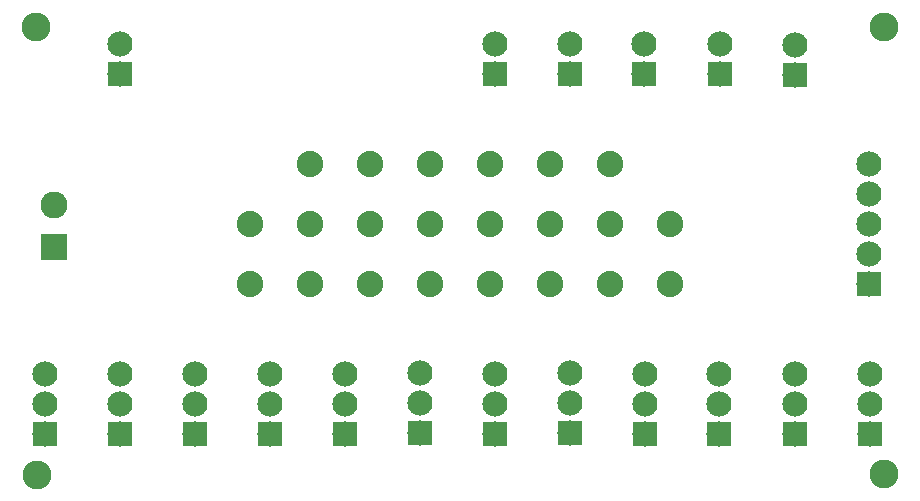
<source format=gbs>
G04 MADE WITH FRITZING*
G04 WWW.FRITZING.ORG*
G04 DOUBLE SIDED*
G04 HOLES PLATED*
G04 CONTOUR ON CENTER OF CONTOUR VECTOR*
%ASAXBY*%
%FSLAX23Y23*%
%MOIN*%
%OFA0B0*%
%SFA1.0B1.0*%
%ADD10C,0.084000*%
%ADD11C,0.096614*%
%ADD12C,0.090000*%
%ADD13C,0.088000*%
%ADD14R,0.084000X0.084000*%
%ADD15R,0.090000X0.090000*%
%LNMASK0*%
G90*
G70*
G54D10*
X374Y1425D03*
X374Y1525D03*
X2874Y226D03*
X2874Y326D03*
X2874Y426D03*
X2626Y224D03*
X2626Y324D03*
X2626Y424D03*
X2373Y226D03*
X2373Y326D03*
X2373Y426D03*
X2124Y225D03*
X2124Y325D03*
X2124Y425D03*
X1875Y227D03*
X1875Y327D03*
X1875Y427D03*
X1624Y225D03*
X1624Y325D03*
X1624Y425D03*
X1375Y227D03*
X1375Y327D03*
X1375Y427D03*
X1126Y226D03*
X1126Y326D03*
X1126Y426D03*
X874Y224D03*
X874Y324D03*
X874Y424D03*
X625Y226D03*
X625Y326D03*
X625Y426D03*
X376Y225D03*
X376Y325D03*
X376Y425D03*
X124Y224D03*
X124Y324D03*
X124Y424D03*
X2873Y724D03*
X2873Y824D03*
X2873Y924D03*
X2873Y1024D03*
X2873Y1124D03*
X2624Y1423D03*
X2624Y1523D03*
X2375Y1425D03*
X2375Y1525D03*
X2123Y1424D03*
X2123Y1524D03*
X1874Y1426D03*
X1874Y1526D03*
X1625Y1425D03*
X1625Y1525D03*
G54D11*
X97Y1582D03*
X2922Y1583D03*
X98Y90D03*
G54D12*
X154Y849D03*
X154Y987D03*
G54D11*
X2923Y91D03*
G54D13*
X1008Y1124D03*
X1208Y1124D03*
X1408Y1124D03*
X1608Y1124D03*
X1808Y1124D03*
X2008Y1124D03*
X808Y724D03*
X1008Y724D03*
X1208Y724D03*
X1408Y724D03*
X1608Y724D03*
X1808Y724D03*
X2008Y724D03*
X2208Y724D03*
X808Y924D03*
X1008Y924D03*
X1208Y924D03*
X1408Y924D03*
X1608Y924D03*
X1808Y924D03*
X2008Y924D03*
X2208Y924D03*
G54D14*
X374Y1425D03*
X2874Y226D03*
X2626Y224D03*
X2373Y226D03*
X2124Y225D03*
X1875Y227D03*
X1624Y225D03*
X1375Y227D03*
X1126Y226D03*
X874Y224D03*
X625Y226D03*
X376Y225D03*
X124Y224D03*
X2873Y724D03*
X2624Y1423D03*
X2375Y1425D03*
X2123Y1424D03*
X1874Y1426D03*
X1625Y1425D03*
G54D15*
X154Y849D03*
G04 End of Mask0*
M02*
</source>
